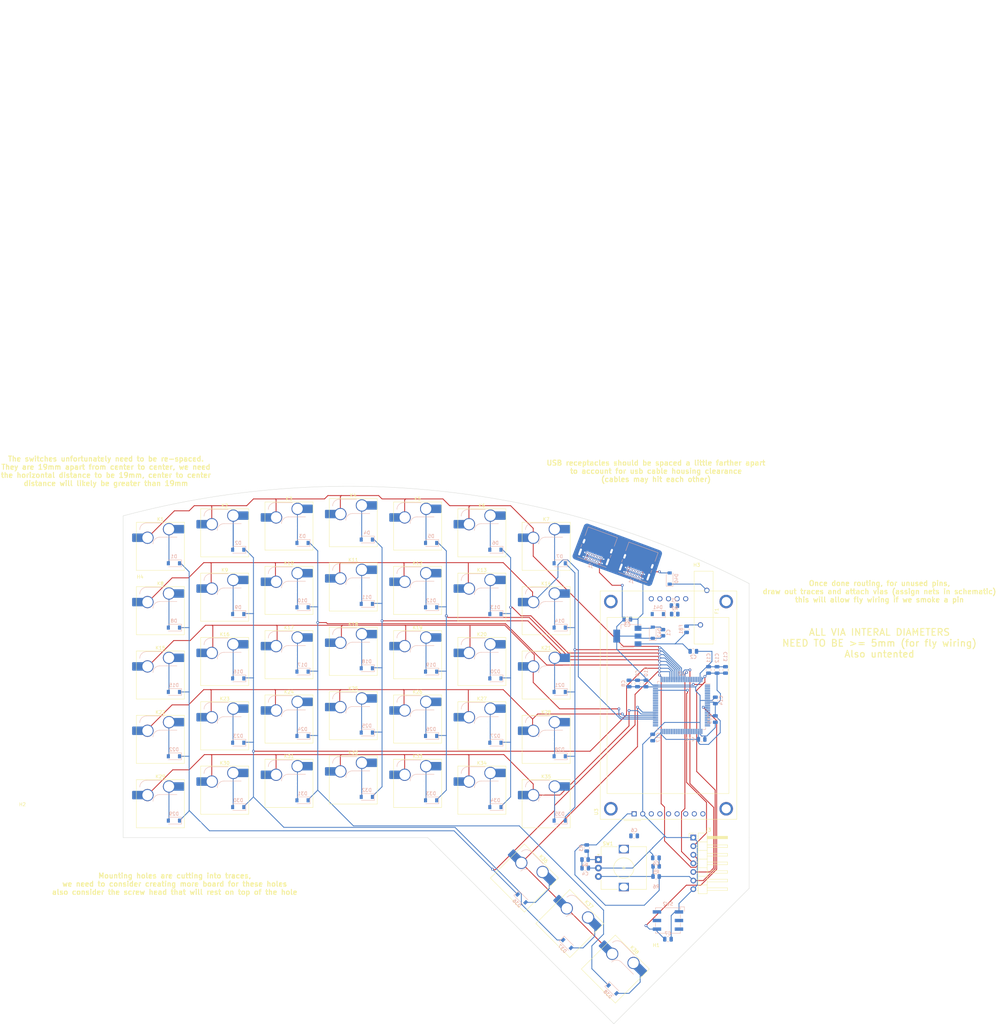
<source format=kicad_pcb>
(kicad_pcb (version 20211014) (generator pcbnew)
  (layers (0 "F.Cu" signal) (31 "B.Cu" signal) (34 "B.Paste" user) (35 "F.Paste" user) (36 "B.SilkS" user "B.Silkscreen") (37 "F.SilkS" user "F.Silkscreen") (38 "B.Mask" user) (39 "F.Mask" user) (44 "Edge.Cuts" user))
  (net 0 "")
  (net 1 "/ENC_A")
  (net 2 "/row0")
  (net 3 "/ENC_B")
  (net 4 "/row1")
  (net 5 "/ENC_SW")
  (net 6 "/row2")
  (net 7 "Net-(D4-Pad2)")
  (net 8 "/row3")
  (net 9 "Net-(D5-Pad2)")
  (net 10 "Net-(D6-Pad2)")
  (net 11 "Net-(D7-Pad2)")
  (net 12 "Net-(D8-Pad2)")
  (net 13 "Net-(D9-Pad2)")
  (net 14 "Net-(D10-Pad2)")
  (net 15 "Net-(D11-Pad2)")
  (net 16 "Net-(D12-Pad2)")
  (net 17 "Net-(D13-Pad2)")
  (net 18 "Net-(D14-Pad2)")
  (net 19 "Net-(D15-Pad2)")
  (net 20 "Net-(D16-Pad2)")
  (net 21 "/col0")
  (net 22 "/col1")
  (net 23 "/col2")
  (net 24 "/col3")
  (net 25 "GND")
  (net 26 "/row4")
  (net 27 "/row5")
  (net 28 "/row6")
  (net 29 "Net-(D17-Pad2)")
  (net 30 "Net-(D18-Pad2)")
  (net 31 "Net-(D19-Pad2)")
  (net 32 "Net-(D20-Pad2)")
  (net 33 "Net-(D21-Pad2)")
  (net 34 "Net-(D22-Pad2)")
  (net 35 "Net-(D23-Pad2)")
  (net 36 "Net-(D24-Pad2)")
  (net 37 "Net-(D25-Pad2)")
  (net 38 "Net-(D26-Pad2)")
  (net 39 "Net-(D27-Pad2)")
  (net 40 "Net-(D28-Pad2)")
  (net 41 "Net-(D29-Pad2)")
  (net 42 "Net-(D30-Pad2)")
  (net 43 "Net-(D31-Pad2)")
  (net 44 "Net-(D32-Pad2)")
  (net 45 "Net-(D33-Pad2)")
  (net 46 "Net-(D34-Pad2)")
  (net 47 "Net-(D35-Pad2)")
  (net 48 "Net-(D36-Pad2)")
  (net 49 "Net-(D37-Pad2)")
  (net 50 "Net-(D38-Pad2)")
  (net 51 "/col4")
  (net 52 "/col5")
  (net 53 "/NRST")
  (net 54 "+3v3 to micro")
  (net 55 "Net-(C2-Pad1)")
  (net 58 "/USB_DP")
  (net 59 "/USB_DM")
  (net 61 "/SWDIO")
  (net 67 "/SWCLK")
  (net 68 "/TRST")
  (net 69 "/SWO")
  (net 70 "Net-(R3-Pad2)")
  (net 79 "Net-(R5-Pad1)")
  (net 91 "Voltage Regulator Input")
  (net 92 "Net-(F1-Pad2)")
  (net 128 "/SCL")
  (net 129 "/SDA")
  (net 136 "/LCD1_DC")
  (net 137 "/LCD1_CS")
  (net 138 "/LCD2_DC")
  (net 139 "/LCD2_CS")
  (net 140 "/LCD2_RESET")
  (net 141 "/LCD1_RESET")
  (net 155 "/CS")
  (net 156 "/MOSI")
  (net 157 "/SCK")
  (net 158 "/MISO")
  (net 159 "Net-(D1-Pad2)")
  (net 160 "Net-(D2-Pad2)")
  (net 161 "Net-(D3-Pad2)")
  (net 162 "Net-(D40-Pad1)")
  (net 163 "VDD")
  (footprint "MountingHole:MountingHole_2.7mm" (layer "F.Cu") (at 116 122.5)
    (fp_text reference "H2")
    (fp_text value "MountingHole")
  )
  (footprint "6:SW_Hotswap_Kailh_MX_plated" (layer "F.Cu") (at 219 97)
    (fp_text reference "K28")
    (fp_text value "KEYSW")
  )
  (footprint "6:SW_Hotswap_Kailh_MX_plated" (layer "F.Cu") (at 162 52)
    (fp_text reference "K11")
    (fp_text value "KEYSW")
  )
  (footprint "6:SW_Hotswap_Kailh_MX_plated" (layer "F.Cu") (at 181 110)
    (fp_text reference "K33")
    (fp_text value "KEYSW")
  )
  (footprint "6:SW_Hotswap_Kailh_MX_plated" (layer "F.Cu") (at 200 74)
    (fp_text reference "K20")
    (fp_text value "KEYSW")
  )
  (footprint "6:SW_Hotswap_Kailh_MX_plated" (layer "F.Cu") (at 200 55)
    (fp_text reference "K13")
    (fp_text value "KEYSW")
  )
  (footprint "6:SW_Hotswap_Kailh_MX_plated" (layer "F.Cu") (at 219 40)
    (fp_text reference "K7")
    (fp_text value "KEYSW")
  )
  (footprint "6:SW_Hotswap_Kailh_MX_plated" (layer "F.Cu") (at 143 72)
    (fp_text reference "K17")
    (fp_text value "KEYSW")
  )
  (footprint "6:SW_Hotswap_Kailh_MX_plated" (layer "F.Cu") (at 124 74)
    (fp_text reference "K16")
    (fp_text value "KEYSW")
  )
  (footprint "6:SW_Hotswap_Kailh_MX_plated" (layer "F.Cu") (at 226 151.395265 -45)
    (fp_text reference "K37")
    (fp_text value "KEYSW")
  )
  (footprint "6:SW_Hotswap_Kailh_MX_plated" (layer "F.Cu") (at 124 36)
    (fp_text reference "K2")
    (fp_text value "KEYSW")
  )
  (footprint "6:SW_Hotswap_Kailh_MX_plated" (layer "F.Cu") (at 239.435029 164.830294 -45)
    (fp_text reference "K38")
    (fp_text value "KEYSW")
  )
  (footprint "6:SW_Hotswap_Kailh_MX_plated" (layer "F.Cu") (at 181 34)
    (fp_text reference "K5")
    (fp_text value "KEYSW")
  )
  (footprint "Connector_PinHeader_2.54mm:PinHeader_1x07_P2.54mm_Horizontal" (layer "F.Cu") (at 262.5 126)
    (fp_text reference "J3")
    (fp_text value "Conn_01x07")
  )
  (footprint "6:SW_Hotswap_Kailh_MX_plated" (layer "F.Cu") (at 124 55)
    (fp_text reference "K9")
    (fp_text value "KEYSW")
  )
  (footprint "6:SW_Hotswap_Kailh_MX_plated" (layer "F.Cu") (at 162 109)
    (fp_text reference "K32")
    (fp_text value "KEYSW")
  )
  (footprint "6:SW_Hotswap_Kailh_MX_plated" (layer "F.Cu") (at 105 40)
    (fp_text reference "K1")
    (fp_text value "KEYSW")
  )
  (footprint "6:SW_Hotswap_Kailh_MX_plated" (layer "F.Cu") (at 181 91)
    (fp_text reference "K26")
    (fp_text value "KEYSW")
  )
  (footprint "Rotary_Encoder:RotaryEncoder_Alps_EC12E_Vertical_H20mm" (layer "F.Cu") (at 234.45 132.5)
    (fp_text reference "SW1")
    (fp_text value "RotaryEncoder")
  )
  (footprint "6:SW_Hotswap_Kailh_MX_plated" (layer "F.Cu") (at 162 33)
    (fp_text reference "K4")
    (fp_text value "KEYSW")
  )
  (footprint "6:SW_Hotswap_Kailh_MX_plated" (layer "F.Cu") (at 200 112)
    (fp_text reference "K34")
    (fp_text value "KEYSW")
  )
  (footprint "6:SW_Hotswap_Kailh_MX_plated" (layer "F.Cu") (at 124 112)
    (fp_text reference "K30")
    (fp_text value "KEYSW")
  )
  (footprint "6:SW_Hotswap_Kailh_MX_plated" (layer "F.Cu") (at 219 59)
    (fp_text reference "K14")
    (fp_text value "KEYSW")
  )
  (footprint "6:SW_Hotswap_Kailh_MX_plated" (layer "F.Cu") (at 181 53)
    (fp_text reference "K12")
    (fp_text value "KEYSW")
  )
  (footprint "6:SW_Hotswap_Kailh_MX_plated" (layer "F.Cu") (at 105 97)
    (fp_text reference "K22")
    (fp_text value "KEYSW")
  )
  (footprint "Display:CR2013-MI2120" (layer "F.Cu") (at 245 119 90)
    (fp_text reference "U3")
    (fp_text value "CR2013-MI2120")
  )
  (footprint "6:SW_Hotswap_Kailh_MX_plated" (layer "F.Cu") (at 200 36)
    (fp_text reference "K6")
    (fp_text value "KEYSW")
  )
  (footprint "6:SW_Hotswap_Kailh_MX_plated" (layer "F.Cu") (at 105 59)
    (fp_text reference "K8")
    (fp_text value "KEYSW")
  )
  (footprint "6:SW_Hotswap_Kailh_MX_plated" (layer "F.Cu") (at 162 71)
    (fp_text reference "K18")
    (fp_text value "KEYSW")
  )
  (footprint "6:SW_Hotswap_Kailh_MX_plated" (layer "F.Cu") (at 105 78)
    (fp_text reference "K15")
    (fp_text value "KEYSW")
  )
  (footprint "6:SW_Hotswap_Kailh_MX_plated" (layer "F.Cu") (at 219 78)
    (fp_text reference "K21")
    (fp_text value "KEYSW")
  )
  (footprint "6:SW_Hotswap_Kailh_MX_plated" (layer "F.Cu") (at 181 72)
    (fp_text reference "K19")
    (fp_text value "KEYSW")
  )
  (footprint "MountingHole:MountingHole_2.7mm" (layer "F.Cu") (at 251.5 161.5)
    (fp_text reference "H1")
    (fp_text value "MountingHole")
  )
  (footprint "MountingHole:MountingHole_2.7mm" (layer "F.Cu") (at 259.5 46)
    (fp_text reference "H3")
    (fp_text value "MountingHole" hide)
  )
  (footprint "MountingHole:MountingHole_2.7mm" (layer "F.Cu") (at 101 44)
    (fp_text reference "H4")
    (fp_text value "MountingHole")
  )
  (footprint "6:SW_Hotswap_Kailh_MX_plated" (layer "F.Cu") (at 162 90)
    (fp_text reference "K25")
    (fp_text value "KEYSW")
  )
  (footprint "6:SW_Hotswap_Kailh_MX_plated" (layer "F.Cu") (at 143 53)
    (fp_text reference "K10")
    (fp_text value "KEYSW")
  )
  (footprint "6:SW_Hotswap_Kailh_MX_plated" (layer "F.Cu") (at 143 110)
    (fp_text reference "K31")
    (fp_text value "KEYSW")
  )
  (footprint "6:SW_Hotswap_Kailh_MX_plated" (layer "F.Cu") (at 124 93)
    (fp_text reference "K23")
    (fp_text value "KEYSW")
  )
  (footprint "6:SW_Hotswap_Kailh_MX_plated" (layer "F.Cu") (at 105 116)
    (fp_text reference "K29")
    (fp_text value "KEYSW")
  )
  (footprint "6:SW_Hotswap_Kailh_MX_plated" (layer "F.Cu") (at 143 91)
    (fp_text reference "K24")
    (fp_text value "KEYSW")
  )
  (footprint "6:SW_Hotswap_Kailh_MX_plated" (layer "F.Cu") (at 212.564971 137.960236 -45)
    (fp_text reference "K36")
    (fp_text value "KEYSW")
  )
  (footprint "6:SW_Hotswap_Kailh_MX_plated" (layer "F.Cu") (at 219 116)
    (fp_text reference "K35")
    (fp_text value "KEYSW")
  )
  (footprint "6:SW_Hotswap_Kailh_MX_plated" (layer "F.Cu") (at 200 93)
    (fp_text reference "K27")
    (fp_text value "KEYSW")
  )
  (footprint "Fuse:Fuse_BelFuse_0ZRE0125FF_L21.2mm_W5.3mm" (layer "F.Cu") (at 266.5 53 -90)
    (fp_text reference "F1")
    (fp_text value "500mA")
  )
  (footprint "6:SW_Hotswap_Kailh_MX_plated" (layer "F.Cu") (at 143 34)
    (fp_text reference "K3")
    (fp_text value "KEYSW")
  )
  (footprint "Capacitor_SMD:C_0805_2012Metric" (layer "B.Cu") (at 251.45 132)
    (fp_text reference "C5")
    (fp_text value ".01uF")
  )
  (footprint "Capacitor_SMD:C_0805_2012Metric" (layer "B.Cu") (at 248.5 80.5 -90)
    (fp_text reference "C10")
    (fp_text value "100nF")
  )
  (footprint "Capacitor_SMD:C_0805_2012Metric" (layer "B.Cu") (at 243.5 80.5 -90)
    (fp_text reference "C8")
    (fp_text value "1uf")
  )
  (footprint "Button_Switch_SMD:Nidec_Copal_SH-7010A" (layer "B.Cu") (at 255 150.5 180)
    (fp_text reference "SW2")
    (fp_text value "SW_Push")
  )
  (footprint "Resistor_SMD:R_0805_2012Metric" (layer "B.Cu") (at 253.5 65.5 90)
    (fp_text reference "C1")
    (fp_text value "0.1uF")
  )
  (footprint "Diode_SMD:D_SOD-123" (layer "B.Cu") (at 109 102 180)
    (fp_text reference "D22")
    (fp_text value "D")
  )
  (footprint "Resistor_SMD:R_0805_2012Metric" (layer "B.Cu") (at 257 60 180)
    (fp_text reference "R2")
    (fp_text value "100K")
  )
  (footprint "Capacitor_SMD:C_0805_2012Metric" (layer "B.Cu") (at 246 80.5 -90)
    (fp_text reference "C9")
    (fp_text value "100nF")
  )
  (footprint "Diode_SMD:D_SOD-123" (layer "B.Cu") (at 185 77 180)
    (fp_text reference "D19")
    (fp_text value "D")
  )
  (footprint "Capacitor_SMD:C_0805_2012Metric" (layer "B.Cu") (at 269.5 76.5 90)
    (fp_text reference "C12")
    (fp_text value "100nF")
  )
  (footprint "Package_QFP:LQFP-100_14x14mm_P0.5mm" (layer "B.Cu") (at 259 87 180)
    (fp_text reference "U2")
    (fp_text value "STM32F407VGTx")
  )
  (footprint "Capacitor_SMD:C_0805_2012Metric" (layer "B.Cu") (at 243 61.5)
    (fp_text reference "C3")
    (fp_text value "10u")
  )
  (footprint "Diode_SMD:D_SOD-123" (layer "B.Cu") (at 128 60 180)
    (fp_text reference "D9")
    (fp_text value "D")
  )
  (footprint "Diode_SMD:D_SOD-123" (layer "B.Cu") (at 204 60 180)
    (fp_text reference "D13")
    (fp_text value "D")
  )
  (footprint "Diode_SMD:D_SOD-123" (layer "B.Cu") (at 147 58 180)
    (fp_text reference "D10")
    (fp_text value "D")
  )
  (footprint "Diode_SMD:D_SOD-123" (layer "B.Cu") (at 185 58 180)
    (fp_text reference "D12")
    (fp_text value "D")
  )
  (footprint "Diode_SMD:D_SOD-123" (layer "B.Cu") (at 128 79 180)
    (fp_text reference "D16")
    (fp_text value "D")
  )
  (footprint "Diode_SMD:D_SOD-123" (layer "B.Cu") (at 109 83 180)
    (fp_text reference "D15")
    (fp_text value "D")
  )
  (footprint "Resistor_SMD:R_0805_2012Metric" (layer "B.Cu") (at 230.5 132.5)
    (fp_text reference "R4")
    (fp_text value "10k")
  )
  (footprint "Diode_SMD:D_SOD-123" (layer "B.Cu") (at 225.192414 157.415436 -45)
    (fp_text reference "D37")
    (fp_text value "D")
  )
  (footprint "Diode_SMD:D_SOD-123" (layer "B.Cu") (at 166 57 180)
    (fp_text reference "D11")
    (fp_text value "D")
  )
  (footprint "Diode_SMD:D_SOD-123" (layer "B.Cu") (at 128 41 180)
    (fp_text reference "D2")
    (fp_text value "D")
  )
  (footprint "Capacitor_SMD:C_0805_2012Metric" (layer "B.Cu") (at 272 76.5 90)
    (fp_text reference "C13")
    (fp_text value "100nF")
  )
  (footprint "Capacitor_SMD:C_0805_2012Metric" (layer "B.Cu") (at 245 125.5 180)
    (fp_text reference "C6")
    (fp_text value "100nF")
  )
  (footprint "Diode_SMD:D_SOD-123" (layer "B.Cu") (at 223 64 180)
    (fp_text reference "D14")
    (fp_text value "D")
  )
  (footprint "Capacitor_SMD:C_0805_2012Metric" (layer "B.Cu") (at 230.55 135)
    (fp_text reference "C4")
    (fp_text value ".01uF")
  )
  (footprint "Diode_SMD:D_SOD-123" (layer "B.Cu") (at 147 77 180)
    (fp_text reference "D17")
    (fp_text value "D")
  )
  (footprint "Capacitor_SMD:C_0805_2012Metric" (layer "B.Cu") (at 264.95 97)
    (fp_text reference "C16")
    (fp_text value "100nF")
  )
  (footprint "Diode_SMD:D_SOD-123" (layer "B.Cu") (at 128 98 180)
    (fp_text reference "D23")
    (fp_text value "D")
  )
  (footprint "Diode_SMD:D_SOD-123" (layer "B.Cu") (at 147 39 180)
    (fp_text reference "D3")
    (fp_text value "D")
  )
  (footprint "Diode_SMD:D_SOD-123" (layer "B.Cu") (at 204 117 180)
    (fp_text reference "D34")
    (fp_text value "D")
  )
  (footprint "Capacitor_SMD:C_0805_2012Metric" (layer "B.Cu") (at 255 156 180)
    (fp_text reference "C7")
    (fp_text value "100nF")
  )
  (footprint "Package_TO_SOT_SMD:SOT-223-3_TabPin2" (layer "B.Cu") (at 243 66.5 180)
    (fp_text reference "U1")
    (fp_text value "AMS1117-3.3")
  )
  (footprint "Resistor_SMD:R_0805_2012Metric" (layer "B.Cu") (at 260.5 64.5 -90)
    (fp_text reference "FB1")
    (fp_text value "100 @ 100 MHz")
  )
  (footprint "Capacitor_SMD:C_0805_2012Metric" (layer "B.Cu") (at 269 85.5 90)
    (fp_text reference "C14")
    (fp_text value "100nF")
  )
  (footprint "Capacitor_SMD:C_0805_2012Metric" (layer "B.Cu") (at 269 91 -90)
    (fp_text reference "C15")
    (fp_text value "100nF")
  )
  (footprint "Diode_SMD:D_SOD-123" (layer "B.Cu") (at 128 117 180)
    (fp_text reference "D30")
    (fp_text value "D")
  )
  (footprint "Diode_SMD:D_SOD-123" (layer "B.Cu") (at 166 95 180)
    (fp_text reference "D25")
    (fp_text value "D")
  )
  (footprint "Capacitor_SMD:C_0805_2012Metric" (layer "B.Cu") (at 250.5 96.45 90)
    (fp_text reference "C17")
    (fp_text value "100nF")
  )
  (footprint "Diode_SMD:D_SOD-123" (layer "B.Cu") (at 211.75738 143.98041 -45)
    (fp_text reference "D36")
    (fp_text value "D")
  )
  (footprint "Diode_SMD:D_SOD-123" (layer "B.Cu") (at 223 121 180)
    (fp_text reference "D35")
    (fp_text value "D")
  )
  (footprint "Diode_SMD:D_SOD-123" (layer "B.Cu") (at 147 115 180)
    (fp_text reference "D31")
    (fp_text value "D")
  )
  (footprint "Diode_SMD:D_SOD-123" (layer "B.Cu") (at 223 83 180)
    (fp_text reference "D21")
    (fp_text value "D")
  )
  (footprint "Diode_SMD:D_SOD-123" (layer "B.Cu") (at 238.627443 170.850464 -45)
    (fp_text reference "D38")
    (fp_text value "D")
  )
  (footprint "Resistor_SMD:R_0805_2012Metric" (layer "B.Cu") (at 256.9125 57.5 180)
    (fp_text reference "R1")
    (fp_text value "10K")
  )
  (footprint "Diode_SMD:D_SOD-123" (layer "B.Cu") (at 185 39 180)
    (fp_text reference "D5")
    (fp_text value "D")
  )
  (footprint "Diode_SMD:D_SOD-123" (layer "B.Cu") (at 166 76 180)
    (fp_text reference "D18")
    (fp_text value "D")
  )
  (footprint "Diode_SMD:D_SOD-123" (layer "B.Cu") (at 223 102 180)
    (fp_text reference "D28")
    (fp_text value "D")
  )
  (footprint "Diode_SMD:D_SOD-123" (layer "B.Cu") (at 166 114 180)
    (fp_text reference "D32")
    (fp_text value "D")
  )
  (footprint "Capacitor_SMD:C_0805_2012Metric" (layer "B.Cu") (at 267 76.5 90)
    (fp_text reference "C11")
    (fp_text value "100nF")
  )
  (footprint "Diode_SMD:D_SOD-123" (layer "B.Cu") (at 204 98 180)
    (fp_text reference "D27")
    (fp_text value "D")
  )
  (footprint "Diode_SMD:D_SOD-123" (layer "B.Cu") (at 109 121 180)
    (fp_text reference "D29")
    (fp_text value "D")
  )
  (footprint "Diode_SMD:D_SOD-123" (layer "B.Cu") (at 223 45 180)
    (fp_text reference "D7")
    (fp_text value "D")
  )
  (footprint "Diode_SMD:D_SOD-123" (layer "B.Cu") (at 204 41 180)
    (fp_text reference "D6")
    (fp_text value "D")
  )
  (footprint "Resistor_SMD:R_0805_2012Metric" (layer "B.Cu") (at 251.5 137.5 180)
    (fp_text reference "R6")
    (fp_text value "10k")
  )
  (footprint "Diode_SMD:D_SOD-123" (layer "B.Cu") (at 255.5 49.5 90)
    (fp_text reference "D40")
    (fp_text value "D_Schottky")
  )
  (footprint "Diode_SMD:D_SOD-123" (layer "B.Cu") (at 109 45 180)
    (fp_text reference "D1")
    (fp_text value "D")
  )
  (footprint "Connector_USB:USB_C_Receptacle_GCT_USB4085" (layer "B.Cu") (at 229.96492 43.027679 -20)
    (fp_text reference "J2")
    (fp_text value "USB_C_Receptacle")
  )
  (footprint "Diode_SMD:D_SOD-123" (layer "B.Cu") (at 109 64 180)
    (fp_text reference "D8")
    (fp_text value "D")
  )
  (footprint "Diode_SMD:D_SOD-123" (layer "B.Cu") (at 204 79 180)
    (fp_text reference "D20")
    (fp_text value "D")
  )
  (footprint "Connector_USB:USB_C_Receptacle_GCT_USB4085" (layer "B.Cu") (at 242 47.5 -20)
    (fp_text reference "J1")
    (fp_text value "USB_C_Receptacle_USB2.0")
  )
  (footprint "Diode_SMD:D_SOD-123" (layer "B.Cu") (at 185 96 180)
    (fp_text reference "D26")
    (fp_text value "D")
  )
  (footprint "Capacitor_SMD:C_0805_2012Metric" (layer "B.Cu") (at 262.5 71)
    (fp_text reference "C2")
    (fp_text value "10u")
  )
  (footprint "Diode_SMD:D_SOD-123" (layer "B.Cu") (at 252 60 180)
    (fp_text reference "D41")
    (fp_text value "D_Schottky")
  )
  (footprint "Resistor_SMD:R_0805_2012Metric" (layer "B.Cu") (at 231 129.0875 -90)
    (fp_text reference "R3")
    (fp_text value "10k")
  )
  (footprint "Diode_SMD:D_SOD-123" (layer "B.Cu") (at 166 38 180)
    (fp_text reference "D4")
    (fp_text value "D")
  )
  (footprint "Diode_SMD:D_SOD-123" (layer "B.Cu") (at 250.5 65.5 90)
    (fp_text reference "D42")
    (fp_text value "D_Schottky")
  )
  (footprint "Diode_SMD:D_SOD-123" (layer "B.Cu") (at 147 96 180)
    (fp_text reference "D24")
    (fp_text value "D")
  )
  (footprint "Resistor_SMD:R_0805_2012Metric" (layer "B.Cu") (at 251.5 134.5)
    (fp_text reference "R5")
    (fp_text value "10k")
  )
  (footprint "Diode_SMD:D_SOD-123" (layer "B.Cu") (at 185 115 180)
    (fp_text reference "D33")
    (fp_text value "D")
  )
  (gr_line (start 279 141) (end 239 181) (layer "Edge.Cuts") (width 0.1))
  (gr_line (start 279 126) (end 279 141) (layer "Edge.Cuts") (width 0.1))
  (gr_line (start 279 126) (end 279 51) (layer "Edge.Cuts") (width 0.1))
  (gr_line (start 239 181) (end 184 126) (layer "Edge.Cuts") (width 0.1))
  (gr_arc (start 94 31) (mid 188.364195 23.756197) (end 279 51) (layer "Edge.Cuts") (width 0.1))
  (gr_line (start 184 126) (end 94 126) (layer "Edge.Cuts") (width 0.1))
  (gr_line (start 94 126) (end 94 31) (layer "Edge.Cuts") (width 0.1))
  (gr_text "Once done routing, for unused pins,\ndraw out traces and attach vias (assign nets in schematic)\nthis will allow fly wiring if we smoke a pin" (at 317.5 53.34) (layer "F.SilkS") (effects (font (size 1.5 1.5) (thickness 0.3))))
  (gr_text "The switches unfortunately need to be re-spaced.\nThey are 19mm apart from center to center, we need\nthe horizontal distance to be 19mm, center to center\ndistance will likely be greater than 19mm" (at 88.9 17.78) (layer "F.SilkS") (effects (font (size 1.5 1.5) (thickness 0.3))))
  (gr_text "ALL VIA INTERAL DIAMETERS\nNEED TO BE >= 5mm (for fly wiring)\nAlso untented" (at 317.5 68.58) (layer "F.SilkS") (effects (font (size 2 2) (thickness 0.3))))
  (gr_text "USB receptacles should be spaced a little farther apart\nto account for usb cable housing clearance\n(cables may hit each other)" (at 251.46 17.78) (layer "F.SilkS") (effects (font (size 1.5 1.5) (thickness 0.3))))
  (gr_text "Mounting holes are cutting into traces,\nwe need to consider creating more board for these holes\nalso consider the screw head that will rest on top of the hole" (at 109.22 139.7) (layer "F.SilkS") (effects (font (size 1.5 1.5) (thickness 0.3))))
  (segment (start 229.5875 132.5) (end 229.5875 134.9875) (width 0.25) (layer "B.Cu") (net 1))
  (segment (start 229.5875 134.9875) (end 229.6 135) (width 0.25) (layer "B.Cu") (net 1))
  (segment (start 204 135.5) (end 203.27697 135.5) (width 0.25) (layer "F.Cu") (net 2))
  (segment (start 203.27697 135.5) (end 203.138485 135.361515) (width 0.25) (layer "F.Cu") (net 2))
  (segment (start 245.275 83.725) (end 245.275 92.725) (width 0.25) (layer "F.Cu") (net 2))
  (segment (start 252 77) (end 245.275 83.725) (width 0.25) (layer "F.Cu") (net 2))
  (segment (start 221.5 116.5) (end 221.5 118) (width 0.25) (layer "F.Cu") (net 2))
  (segment (start 252.5 77) (end 252 77) (width 0.25) (layer "F.Cu") (net 2))
  (segment (start 245.275 92.725) (end 221.5 116.5) (width 0.25) (layer "F.Cu") (net 2))
  (segment (start 221.5 118) (end 204 135.5) (width 0.25) (layer "F.Cu") (net 2))
  (via (at 252.5 77) (size 0.8) (drill 0.4) (layers "F.Cu" "B.Cu") (net 2))
  (via (at 203.138485 135.361515) (size 0.8) (drill 0.4) (layers "F.Cu" "B.Cu") (net 2))
  (segment (start 113.5 118) (end 113.5 118.15) (width 0.25) (layer "B.Cu") (net 2))
  (segment (start 119.5 124) (end 191.77697 124) (width 0.25) (layer "B.Cu") (net 2))
  (segment (start 203.138485 135.361515) (end 210.590654 142.813684) (width 0.25) (layer "B.Cu") (net 2))
  (segment (start 113.5 64) (end 113.5 83) (width 0.25) (layer "B.Cu") (net 2))
  (segment (start 255.5 77) (end 255.5 79.325) (width 0.25) (layer "B.Cu") (net 2))
  (segment (start 110.65 83) (end 113.5 83) (width 0.25) (layer "B.Cu") (net 2))
  (segment (start 252.5 77) (end 255.5 77) (width 0.25) (layer "B.Cu") (net 2))
  (segment (start 113.5 102) (end 113.5 118) (width 0.25) (layer "B.Cu") (net 2))
  (segment (start 113.5 118) (end 119.5 124) (width 0.25) (layer "B.Cu") (net 2))
  (segment (start 110.65 45) (end 111 45) (width 0.25) (layer "B.Cu") (net 2))
  (segment (start 113.5 118.15) (end 110.65 121) (width 0.25) (layer "B.Cu") (net 2))
  (segment (start 191.77697 124) (end 203.138485 135.361515) (width 0.25) (layer "B.Cu") (net 2))
  (segment (start 110.65 102) (end 113.5 102) (width 0.25) (layer "B.Cu") (net 2))
  (segment (start 113.5 83) (end 113.5 102) (width 0.25) (layer "B.Cu") (net 2))
  (segment (start 110.65 64) (end 113.5 64) (width 0.25) (layer "B.Cu") (net 2))
  (segment (start 113.5 47.5) (end 113.5 64) (width 0.25) (layer "B.Cu") (net 2))
  (segment (start 111 45) (end 113.5 47.5) (width 0.25) (layer "B.Cu") (net 2))
  (segment (start 252.4 132) (end 252.4 134.4875) (width 0.25) (layer "B.Cu") (net 3))
  (segment (start 252.4 134.4875) (end 252.4125 134.5) (width 0.25) (layer "B.Cu") (net 3))
  (segment (start 232 100.5) (end 132.5 100.5) (width 0.25) (layer "F.Cu") (net 4))
  (segment (start 242.775 81.225) (end 242.775 89.725) (width 0.25) (layer "F.Cu") (net 4))
  (segment (start 242.775 89.725) (end 232 100.5) (width 0.25) (layer "F.Cu") (net 4))
  (segment (start 252.5 76) (end 248 76) (width 0.25) (layer "F.Cu") (net 4))
  (segment (start 248 76) (end 242.775 81.225) (width 0.25) (layer "F.Cu") (net 4))
  (via (at 252.5 76) (size 0.8) (drill 0.4) (layers "F.Cu" "B.Cu") (net 4))
  (via (at 132.5 100.5) (size 0.8) (drill 0.4) (layers "F.Cu" "B.Cu") (net 4))
  (segment (start 211.658116 142.572998) (end 211.658116 145.658116) (width 0.25) (layer "B.Cu") (net 4))
  (segment (start 129.65 78.85) (end 132.5 78.85) (width 0.25) (layer "B.Cu") (net 4))
  (segment (start 132.5 114) (end 141.5 123) (width 0.25) (layer "B.Cu") (net 4))
  (segment (start 141.5 123) (end 192.085118 123) (width 0.25) (layer "B.Cu") (net 4))
  (segment (start 129.65 97.85) (end 132.5 97.85) (width 0.25) (layer "B.Cu") (net 4))
  (segment (start 222.24871 156.24871) (end 224.025688 156.24871) (width 0.25) (layer "B.Cu") (net 4))
  (segment (start 130 40.85) (end 132.5 43.35) (width 0.25) (layer "B.Cu") (net 4))
  (segment (start 252.5 76) (end 255.136396 76) (width 0.25) (layer "B.Cu") (net 4))
  (segment (start 192.085118 123) (end 211.658116 142.572998) (width 0.25) (layer "B.Cu") (net 4))
  (segment (start 132.5 114) (end 129.65 116.85) (width 0.25) (layer "B.Cu") (net 4))
  (segment (start 256 76.863604) (end 256 79.325) (width 0.25) (layer "B.Cu") (net 4))
  (segment (start 132.5 97.85) (end 132.5 100.5) (width 0.25) (layer "B.Cu") (net 4))
  (segment (start 132.5 43.35) (end 132.5 59.85) (width 0.25) (layer "B.Cu") (net 4))
  (segment (start 132.5 59.85) (end 132.5 78.85) (width 0.25) (layer "B.Cu") (net 4))
  (segment (start 211.658116 145.658116) (end 222.24871 156.24871) (width 0.25) (layer "B.Cu") (net 4))
  (segment (start 129.65 59.85) (end 132.5 59.85) (width 0.25) (layer "B.Cu") (net 4))
  (segment (start 255.136396 76) (end 256 76.863604) (width 0.25) (layer "B.Cu") (net 4))
  (segment (start 132.5 100.5) (end 132.5 114) (width 0.25) (layer "B.Cu") (net 4))
  (segment (start 132.5 78.85) (end 132.5 97.85) (width 0.25) (layer "B.Cu") (net 4))
  (segment (start 154.36 62.86) (end 154 62.5) (width 0.25) (layer "F.Cu") (net 6))
  (segment (start 252.455 75.045) (end 219.181396 75.045) (width 0.25) (layer "F.Cu") (net 6))
  (segment (start 219.181396 75.045) (end 206.996396 62.86) (width 0.25) (layer "F.Cu") (net 6))
  (segment (start 154 62.5) (end 151.5 62.5) (width 0.25) (layer "F.Cu") (net 6))
  (segment (start 206.996396 62.86) (end 154.36 62.86) (width 0.25) (layer "F.Cu") (net 6))
  (segment (start 252.512299 74.987701) (end 252.455 75.045) (width 0.25) (layer "F.Cu") (net 6))
  (via (at 252.512299 74.987701) (size 0.8) (drill 0.4) (layers "F.Cu" "B.Cu") (net 6))
  (via (at 151.5 62.5) (size 0.8) (drill 0.4) (layers "F.Cu" "B.Cu") (net 6))
  (segment (start 232.5 158) (end 232.5 164.723021) (width 0.25) (layer "B.Cu") (net 6))
  (segment (start 151.5 112) (end 148.65 114.85) (width 0.25) (layer "B.Cu") (net 6))
  (segment (start 151.5 95.85) (end 151.5 112) (width 0.25) (layer "B.Cu") (net 6))
  (segment (start 151.5 76.85) (end 151.5 95.85) (width 0.25) (layer "B.Cu") (net 6))
  (segment (start 151.5 112) (end 162.05 122.55) (width 0.25) (layer "B.Cu") (net 6))
  (segment (start 235.965379 154.534621) (end 232.5 158) (width 0.25) (layer "B.Cu") (net 6))
  (segment (start 151.5 41.35) (end 151.5 57.85) (width 0.25) (layer "B.Cu") (net 6))
  (segment (start 232.5 164.723021) (end 237.460717 169.683738) (width 0.25) (layer "B.Cu") (net 6))
  (segment (start 256.5 79.325) (end 256.5 76.727208) (width 0.25) (layer "B.Cu") (net 6))
  (segment (start 211.05 122.55) (end 235.965379 147.465379) (width 0.25) (layer "B.Cu") (net 6))
  (segment (start 148.65 95.85) (end 151.5 95.85) (width 0.25) (layer "B.Cu") (net 6))
  (segment (start 235.965379 147.465379) (end 235.965379 154.534621) (width 0.25) (layer "B.Cu") (net 6))
  (segment (start 256.5 76.727208) (end 254.760493 74.987701) (width 0.25) (layer "B.Cu") (net 6))
  (segment (start 148.65 76.85) (end 151.5 76.85) (width 0.25) (layer "B.Cu") (net 6))
  (segment (start 148.65 57.85) (end 151.5 57.85) (width 0.25) (layer "B.Cu") (net 6))
  (segment (start 151.5 57.85) (end 151.5 62.5) (width 0.25) (layer "B.Cu") (net 6))
  (segment (start 149 38.85) (end 151.5 41.35) (width 0.25) (layer "B.Cu") (net 6))
  (segment (start 151.5 62.5) (end 151.5 76.85) (width 0.25) (layer "B.Cu") (net 6))
  (segment (start 162.05 122.55) (end 211.05 122.55) (width 0.25) (layer "B.Cu") (net 6))
  (segment (start 254.760493 74.987701) (end 252.512299 74.987701) (width 0.25) (layer "B.Cu") (net 6))
  (segment (start 164.5 27.555) (end 164.5 37.445) (width 0.25) (layer "B.Cu") (net 7))
  (segment (start 252.048871 73.5) (end 225.125204 73.5) (width 0.25) (layer "F.Cu") (net 8))
  (segment (start 225.125204 73.5) (end 213.625204 62) (width 0.25) (layer "F.Cu") (net 8))
  (segment (start 213.625204 62) (end 170.5 62) (width 0.25) (layer "F.Cu") (net 8))
  (segment (start 252.523819 73.974948) (end 252.048871 73.5) (width 0.25) (layer "F.Cu") (net 8))
  (via (at 252.523819 73.974948) (size 0.8) (drill 0.4) (layers "F.Cu" "B.Cu") (net 8))
  (via (at 170.5 62) (size 0.8) (drill 0.4) (layers "F.Cu" "B.Cu") (net 8))
  (segment (start 170.5 75.85) (end 170.5 94.85) (width 0.25) (layer "B.Cu") (net 8))
  (segment (start 167.65 56.85) (end 170.5 56.85) (width 0.25) (layer "B.Cu") (net 8))
  (segment (start 167.65 94.85) (end 170.5 94.85) (width 0.25) (layer "B.Cu") (net 8))
  (segment (start 170.5 56.85) (end 170.5 75.85) (width 0.25) (layer "B.Cu") (net 8))
  (segment (start 170.5 111) (end 167.65 113.85) (width 0.25) (layer "B.Cu") (net 8))
  (segment (start 257 76.5) (end 257 79.325) (width 0.25) (layer "B.Cu") (net 8))
  (segment (start 168 37.85) (end 170.5 40.35) (width 0.25) (layer "B.Cu") (net 8))
  (segment (start 170.5 94.85) (end 170.5 111) (width 0.25) (layer "B.Cu") (net 8))
  (segment (start 252.523819 73.974948) (end 254.474948 73.974948) (width 0.25) (layer "B.Cu") (net 8))
  (segment (start 167.65 75.85) (end 170.5 75.85) (width 0.25) (layer "B.Cu") (net 8))
  (segment (start 254.474948 73.974948) (end 257 76.5) (width 0.25) (layer "B.Cu") (net 8))
  (segment (start 170.5 40.35) (end 170.5 56.85) (width 0.25) (layer "B.Cu") (net 8))
  (segment (start 183.5 29.055) (end 183.5 38.945) (width 0.25) (layer "B.Cu") (net 9))
  (segment (start 202.5 31.055) (end 202.5 40.945) (width 0.25) (layer "B.Cu") (net 10))
  (segment (start 221.5 35.055) (end 221.5 44.945) (width 0.25) (layer "B.Cu") (net 11))
  (segment (start 107.54 63.81) (end 107.35 64) (width 0.25) (layer "B.Cu") (net 12))
  (segment (start 107.54 53.92) (end 107.54 63.81) (width 0.25) (layer "B.Cu") (net 12))
  (segment (start 126.5 50.055) (end 126.5 59.945) (width 0.25) (layer "B.Cu") (net 13))
  (segment (start 145.5 48.055) (end 145.5 57.945) (width 0.25) (layer "B.Cu") (net 14))
  (segment (start 164.5 46.555) (end 164.5 56.445) (width 0.25) (layer "B.Cu") (net 15))
  (segment (start 183.5 48.055) (end 183.5 57.945) (width 0.25) (layer "B.Cu") (net 16))
  (segment (start 202.5 50.055) (end 202.5 59.945) (width 0.25) (layer "B.Cu") (net 17))
  (segment (start 221.5 54.055) (end 221.5 63.945) (width 0.25) (layer "B.Cu") (net 18))
  (segment (start 107.54 72.92) (end 107.54 82.81) (width 0.25) (layer "B.Cu") (net 19))
  (segment (start 107.54 82.81) (end 107.35 83) (width 0.25) (layer "B.Cu") (net 19))
  (segment (start 126.5 69.055) (end 126.5 78.945) (width 0.25) (layer "B.Cu") (net 20))
  (segment (start 120 28) (end 115 28) (width 0.25) (layer "F.Cu") (net 21))
  (segment (start 132.5 26) (end 130.5 28) (width 0.25) (layer "F.Cu") (net 21))
  (segment (start 130.5 28) (end 120 28) (width 0.25) (layer "F.Cu") (net 21))
  (segment (start 252.556397 69.92717) (end 252.153727 69.5245) (width 0.25) (layer "F.Cu") (net 21))
  (segment (start 120.19 33.46) (end 120.19 28.19) (width 0.25) (layer "F.Cu") (net 21))
  (segment (start 115 28) (end 113.5 29.5) (width 0.25) (layer "F.Cu") (net 21))
  (segment (start 158.5 25) (end 154.5 25) (width 0.25) (layer "F.Cu") (net 21))
  (segment (start 177.19 31.46) (end 177.19 26.31) (width 0.25) (layer "F.Cu") (net 21))
  (segment (start 120.19 28.19) (end 120 28) (width 0.25) (layer "F.Cu") (net 21))
  (segment (start 113.5 29.5) (end 109.15 29.5) (width 0.25) (layer "F.Cu") (net 21))
  (segment (start 196.19 33.46) (end 196.19 28.31) (width 0.25) (layer "F.Cu") (net 21))
  (segment (start 158.19 25.31) (end 158.5 25) (width 0.25) (layer "F.Cu") (net 21))
  (segment (start 188.5 26) (end 177.5 26) (width 0.25) (layer "F.Cu") (net 21))
  (segment (start 109.15 29.5) (end 101.19 37.46) (width 0.25) (layer "F.Cu") (net 21))
  (segment (start 153.5 26) (end 139 26) (width 0.25) (layer "F.Cu") (net 21))
  (segment (start 177.19 26.31) (end 177.5 26) (width 0.25) (layer "F.Cu") (net 21))
  (segment (start 241.806984 69.5245) (end 215.19 42.907516) (width 0.25) (layer "F.Cu") (net 21))
  (segment (start 169.5 25) (end 158.5 25) (width 0.25) (layer "F.Cu") (net 21))
  (segment (start 196.19 28.31) (end 196.5 28) (width 0.25) (layer "F.Cu") (net 21))
  (segment (start 215.19 42.907516) (end 215.19 37.46) (width 0.25) (layer "F.Cu") (net 21))
  (segment (start 158.19 30.46) (end 158.19 25.31) (width 0.25) (layer "F.Cu") (net 21))
  (segment (start 139 26) (end 132.5 26) (width 0.25) (layer "F.Cu") (net 21))
  (segment (start 154.5 25) (end 153.5 26) (width 0.25) (layer "F.Cu") (net 21))
  (segment (start 139.19 26.19) (end 139 26) (width 0.25) (layer "F.Cu") (net 21))
  (segment (start 215.19 37.46) (end 215.19 34.69) (width 0.25) (layer "F.Cu") (net 21))
  (segment (start 196.5 28) (end 190.5 28) (width 0.25) (layer "F.Cu") (net 21))
  (segment (start 190.5 28) (end 188.5 26) (width 0.25) (layer "F.Cu") (net 21))
  (segment (start 215.19 34.69) (end 208.5 28) (width 0.25) (layer "F.Cu") (net 21))
  (segment (start 177.5 26) (end 170.5 26) (width 0.25) (layer "F.Cu") (net 21))
  (segment (start 139.19 31.46) (end 139.19 26.19) (width 0.25) (layer "F.Cu") (net 21))
  (segment (start 208.5 28) (end 196.5 28) (width 0.25) (layer "F.Cu") (net 21))
  (segment (start 252.153727 69.5245) (end 241.806984 69.5245) (width 0.25) (layer "F.Cu") (net 21))
  (segment (start 170.5 26) (end 169.5 25) (width 0.25) (layer "F.Cu") (net 21))
  (via (at 252.556397 69.92717) (size 0.8) (drill 0.4) (layers "F.Cu" "B.Cu") (net 21))
  (segment (start 259 75.954416) (end 259 79.325) (width 0.25) (layer "B.Cu") (net 21))
  (segment (start 252.556397 69.92717) (end 252.972754 69.92717) (width 0.25) (layer "B.Cu") (net 21))
  (segment (start 252.972754 69.92717) (end 259 75.954416) (width 0.25) (layer "B.Cu") (net 21))
  (segment (start 158 49.77) (end 158 45.12) (width 0.25) (layer "F.Cu") (net 22))
  (segment (start 138.81 44.81) (end 158.31 44.81) (width 0.25) (layer "F.Cu") (net 22))
  (segment (start 139 50.77) (end 139 45) (width 0.25) (layer "F.Cu") (net 22))
  (segment (start 108.46 49.31) (end 113.31 49.31) (width 0.25) (layer "F.Cu") (net 22))
  (segment (start 120 52.77) (end 120 45) (width 0.25) (layer "F.Cu") (net 22))
  (segment (start 158.31 44.81) (end 176.81 44.81) (width 0.25) (layer "F.Cu") (net 22))
  (segment (start 206.31 44.81) (end 215 53.5) (width 0.25) (layer "F.Cu") (net 22))
  (segment (start 117.81 44.81) (end 119.81 44.81) (width 0.25) (layer "F.Cu") (net 22))
  (segment (start 196 52.77) (end 196 45) (width 0.25) (layer "F.Cu") (net 22))
  (segment (start 113.31 49.31) (end 117.81 44.81) (width 0.25) (layer "F.Cu") (net 22))
  (segment (start 101 56.77) (end 108.46 49.31) (width 0.25) (layer "F.Cu") (net 22))
  (segment (start 120 45) (end 119.81 44.81) (width 0.25) (layer "F.Cu") (net 22))
  (segment (start 215 53.5) (end 215 56.77) (width 0.25) (layer "F.Cu") (net 22))
  (segment (start 177 50.77) (end 177 45) (width 0.25) (layer "F.Cu") (net 22))
  (segment (start 119.81 44.81) (end 138.81 44.81) (width 0.25) (layer "F.Cu") (net 22))
  (segment (start 158 45.12) (end 158.31 44.81) (width 0.25) (layer "F.Cu") (net 22))
  (segment (start 176.81 44.81) (end 206.31 44.81) (width 0.25) (layer "F.Cu") (net 22))
  (segment (start 177 45) (end 176.81 44.81) (width 0.25) (layer "F.Cu") (net 22))
  (segment (start 139 45) (end 138.81 44.81) (width 0.25) (layer "F.Cu") (net 22))
  (segment (start 225.35 44) (end 223.95 44) (width 0.25) (layer "B.Cu") (net 22))
  (segment (start 222.5 45.45) (end 222.5 49.15) (width 0.25) (layer "B.Cu") (net 22))
  (segment (start 228.5 47.15) (end 225.35 44) (width 0.25) (layer "B.Cu") (net 22))
  (segment (start 251.325 91) (end 241 91) (width 0.25) (layer "B.Cu") (net 22))
  (segment (start 228.5 78.5) (end 228.5 47.15) (width 0.25) (layer "B.Cu") (net 22))
  (segment (start 222.5 49.15) (end 215.19 56.46) (width 0.25) (layer "B.Cu") (net 22))
  (segment (start 223.95 44) (end 222.5 45.45) (width 0.25) (layer "B.Cu") (net 22))
  (segment (start 241 91) (end 228.5 78.5) (width 0.25) (layer "B.Cu") (net 22))
  (segment (start 215.5 72) (end 215.5 75.27) (width 0.25) (layer "F.Cu") (net 23))
  (segment (start 139.5 69.27) (end 139.5 63.5) (width 0.25) (layer "F.Cu") (net 23))
  (segment (start 215.19 80.20041) (end 215.19 75.46) (width 0.25) (layer "F.Cu") (net 23))
  (segment (start 120.5 63.5) (end 120.31 63.31) (width 0.25) (layer "F.Cu") (net 23))
  (segment (start 177.31 63.31) (end 206.81 63.31) (width 0.25) (layer "F.Cu") (net 23))
  (segment (start 113.81 67.81) (end 118.31 63.31) (width 0.25) (layer "F.Cu") (net 23))
  (segment (start 158.5 63.62) (end 158.81 63.31) (width 0.25) (layer "F.Cu") (net 23))
  (segment (start 139.5 63.5) (end 139.31 63.31) (width 0.25) (layer "F.Cu") (net 23))
  (segment (start 108.96 67.81) (end 113.81 67.81) (width 0.25) (layer "F.Cu") (net 23))
  (segment (start 101.5 75.27) (end 108.96 67.81) (width 0.25) (layer "F.Cu") (net 23))
  (segment (start 206.81 63.31) (end 215.5 72) (width 0.25) (layer "F.Cu") (net 23))
  (segment (start 240.5 88) (end 222.98959 88) (width 0.25) (layer "F.Cu") (net 23))
  (segment (start 139.31 63.31) (end 158.81 63.31) (width 0.25) (layer "F.Cu") (net 23))
  (segment (start 196.5 71.27) (end 196.5 63.5) (width 0.25) (layer "F.Cu") (net 23))
  (segment (start 222.98959 88) (end 215.19 80.20041) (width 0.25) (layer "F.Cu") (net 23))
  (segment (start 177.5 69.27) (end 177.5 63.5) (width 0.25) (layer "F.Cu") (net 23))
  (segment (start 118.31 63.31) (end 120.31 63.31) (width 0.25) (layer "F.Cu") (net 23))
  (segment (start 120.31 63.31) (end 139.31 63.31) (width 0.25) (layer "F.Cu") (net 23))
  (segment (start 177.5 63.5) (end 177.31 63.31) (width 0.25) (layer "F.Cu") (net 23))
  (segment (start 120.5 71.27) (end 120.5 63.5) (width 0.25) (layer "F.Cu") (net 23))
  (segment (start 158.5 68.27) (end 158.5 63.62) (width 0.25) (layer "F.Cu") (net 23))
  (segment (start 158.81 63.31) (end 177.31 63.31) (width 0.25) (layer "F.Cu") (net 23))
  (via (at 240.5 88) (size 0.8) (drill 0.4) (layers "F.Cu" "B.Cu") (net 23))
  (segment (start 251.325 90.5) (end 241.136396 90.5) (width 0.25) (layer "B.Cu") (net 23))
  (segment (start 240.568198 89.931802) (end 240.5 89.863604) (width 0.25) (layer "B.Cu") (net 23))
  (segment (start 240.5 89.863604) (end 240.5 88) (width 0.25) (layer "B.Cu") (net 23))
  (segment (start 241.136396 90.5) (end 240.568198 89.931802) (width 0.25) (layer "B.Cu") (net 23))
  (segment (start 139 82.5) (end 138.81 82.31) (width 0.25) (layer "F.Cu") (net 24))
  (segment (start 177 88.27) (end 177 82.5) (width 0.25) (layer "F.Cu") (net 24))
  (segment (start 158 82.62) (end 158.31 82.31) (width 0.25) (layer "F.Cu") (net 24))
  (segment (start 101 94.27) (end 108.46 86.81) (width 0.25) (layer "F.Cu") (net 24))
  (segment (start 215 91) (end 215 94.27) (width 0.25) (layer "F.Cu") (net 24))
  (segment (start 117.81 82.31) (end 119.81 82.31) (width 0.25) (layer "F.Cu") (net 24))
  (segment (start 158.31 82.31) (end 176.81 82.31) (width 0.25) (layer "F.Cu") (net 24))
  (segment (start 120 90.27) (end 120 82.5) (width 0.25) (layer "F.Cu") (net 24))
  (segment (start 138.81 82.31) (end 158.31 82.31) (width 0.25) (layer "F.Cu") (net 24))
  (segment (start 177 82.5) (end 176.81 82.31) (width 0.25) (layer "F.Cu") (net 24))
  (segment (start 119.81 82.31) (end 138.81 82.31) (width 0.25) (layer "F.Cu") (net 24))
  (segment (start 158 87.27) (end 158 82.62) (width 0.25) (layer "F.Cu") (net 24))
  (segment (start 120 82.5) (end 119.81 82.31) (width 0.25) (layer "F.Cu") (net 24))
  (segment (start 108.46 86.81) (end 113.31 86.81) (width 0.25) (layer "F.Cu") (net 24))
  (segment (start 241.5 89.5) (end 216.5 89.5) (width 0.25) (layer "F.Cu") (net 24))
  (segment (start 176.81 82.31) (end 206.31 82.31) (width 0.25) (layer "F.Cu") (net 24))
  (segment (start 206.31 82.31) (end 215 91) (width 0.25) (layer "F.Cu") (net 24))
  (segment (start 196 90.27) (end 196 82.5) (width 0.25) (layer "F.Cu") (net 24))
  (segment (start 113.31 86.81) (end 117.81 82.31) (width 0.25) (layer "F.Cu") (net 24))
  (segment (start 216.5 89.5) (end 215 91) (width 0.25) (layer "F.Cu") (net 24))
  (segment (start 139 88.27) (end 139 82.5) (width 0.25) (layer "F.Cu") (net 24))
  (via (at 241.5 89.5) (size 0.8) (drill 0.4) (layers "F.Cu" "B.Cu") (net 24))
  (segment (start 242 90) (end 251.325 90) (width 0.25) (layer "B.Cu") (net 24))
  (segment (start 241.5 89.5) (end 242 90) (width 0.25) (layer "B.Cu") (net 24))
  (segment (start 250.5 132) (end 250.5 131) (width 0.25) (layer "B.Cu") (net 25))
  (segment (start 246.15 64.2) (end 250.15 64.2) (width 0.25) (layer "B.Cu") (net 25))
  (segment (start 246 61.5) (end 246.15 61.65) (width 0.25) (layer "B.Cu") (net 25))
  (segment (start 250.5 95.5) (end 254 92) (width 0.25) (layer "B.Cu") (net 25))
  (segment (start 247.54 98.46) (end 247.54 119) (width 0.25) (layer "B.Cu") (net 25))
  (segment (start 246.5 81.45) (end 248.95 81.45) (width 0.25) (layer "B.Cu") (net 25))
  (segment (start 264.5 85.5) (end 264.5 92) (width 0.25) (layer "B.Cu") (net 25))
  (segment (start 244.55 135) (end 234.45 135) (width 0.25) (layer "B.Cu") (net 25))
  (segment (start 263.45 71) (end 268 71) (width 0.25) (layer "B.Cu") (net 25))
  (segment (start 247.54 119) (end 254.02 125.48) (width 0.25) (layer "B.Cu") (net 25))
  (segment (start 252.7625 63.85) (end 250.5 63.85) (width 0.25) (layer "B.Cu") (net 25))
  (segment (start 264.5 84) (end 264.5 85.5) (width 0.25) (layer "B.Cu") (net 25))
  (segment (start 267 75.55) (end 272 75.55) (width 0.25) (layer "B.Cu") (net 25))
  (segment (start 264.5 80.190685) (end 264.5 79.325) (width 0.25) (layer "B.Cu") (net 25))
  (segment (start 244 81.45) (end 246.5 81.45) (width 0.25) (layer "B.Cu") (net 25))
  (segment (start 264.5 77.5) (end 264.5 79.325) (width 0.25) (layer "B.Cu") (net 25))
  (segment (start 251.325 81.5) (end 263.190685 81.5) (width 0.25) (layer "B.Cu") (net 25))
  (segment (start 268.05 85.5) (end 269 84.55) (width 0.25) (layer "B.Cu") (net 25))
  (segment (start 247.591171 59.908829) (end 247.591171 49.53502) (width 0.25) (layer "B.Cu") (net 25))
  (segment (start 266 96) (end 264.959315 96) (width 0.25) (layer "B.Cu") (net 25))
  (segment (start 258.25 145.49) (end 262.5 141.24) (width 0.25) (layer "B.Cu") (net 25))
  (segment (start 246.15 61.65) (end 246.15 64.2) (width 0.25) (layer "B.Cu") (net 25))
  (segment (start 265.9 96.1) (end 266 96) (width 0.25) (layer "B.Cu") (net 25))
  (segment (start 264.5 95.540685) (end 264.5 94.675) (width 0.25) (layer "B.Cu") (net 25))
  (segment (start 250.5 129.05) (end 250.5 129) (width 0.25) (layer "B.Cu") (net 25))
  (segment (start 249.1 81.5) (end 251.325 81.5) (width 0.25) (layer "B.Cu") (net 25))
  (segment (start 250.5 129) (end 254.02 125.48) (width 0.25) (layer "B.Cu") (net 25))
  (segment (start 231.5 135) (end 234.45 135) (width 0.25) (layer "B.Cu") (net 25))
  (segment (start 268 71) (end 268 74) (width 0.25) (layer "B.Cu") (net 25))
  (segment (start 258.25 147.96) (end 258.25 145.49) (width 0.25) (layer "B.Cu") (net 25))
  (segment (start 269 93.5) (end 266.5 96) (width 0.25) (layer "B.Cu") (net 25))
  (segment (start 263.190685 81.5) (end 264.5 80.190685) (width 0.25) (layer "B.Cu") (net 25))
  (segment (start 249.525 130.025) (end 244.55 135) (width 0.25) (layer "B.Cu") (net 25))
  (segment (start 249 81.4) (end 249.1 81.5) (width 0.25) (layer "B.Cu") (net 25))
  (segment (start 253.5 64.5875) (end 252.7625 63.85) (width 0.25) (layer "B.Cu") (net 25))
  (segment (start 269 91.95) (end 269 93.5) (width 0.25) (layer "B.Cu") (net 25))
  (segment (start 266.675 85.5) (end 268.05 85.5) (width 0.25) (layer "B.Cu") (net 25))
  (segment (start 246 61.5) (end 247.591171 59.908829) (width 0.25) (layer "B.Cu") (net 25))
  (segment (start 265.9 97) (end 265.9 96.1) (width 0.25) (layer "B.Cu") (net 25))
  (segment (start 255.95 156) (end 255.95 149.05) (width 0.25) (layer "B.Cu") (net 25))
  (segment (start 250.5 129.05) (end 249.525 130.025) (width 0.25) (layer "B.Cu") (net 25))
  (segment (start 257.04 147.96) (end 258.25 147.96) (width 0.25) (layer "B.Cu") (net 25))
  (segment (start 254.02 125.48) (end 254.54 126) (width 0.25) (layer "B.Cu") (net 25))
  (segment (start 250.5 95.5) (end 247.54 98.46) (width 0.25) (layer "B.Cu") (net 25))
  (segment (start 250.5 131) (end 249.525 130.025) (width 0.25) (layer "B.Cu") (net 25))
  (segment (start 266.5 96) (end 266 96) (width 0.25) (layer "B.Cu") (net 25))
  (segment (start 266.675 85.5) (end 264.5 85.5) (width 0.25) (layer "B.Cu") (net 25))
  (segment (start 264.5 92) (end 264.5 94.675) (width 0.25) (layer "B.Cu") (net 25))
  (segment (start 254.54 126) (end 262.5 126) (width 0.25) (layer "B.Cu") (net 25))
  (segment (start 263.675 140.065) (end 262.5 141.24) (width 0.25) (layer "B.Cu") (net 25))
  (segment (start 263.675 127.175) (end 263.675 140.065) (width 0.25) (layer "B.Cu") (net 25))
  (segment (start 243.95 61.5) (end 246 61.5) (width 0.25) (layer "B.Cu") (net 25))
  (segment (start 248.95 81.45) (end 249 81.4) (width 0.25) (layer "B.Cu") (net 25))
  (segment (start 255.95 149.05) (end 257.04 147.96) (width 0.25) (layer "B.Cu") (net 25))
  (segment (start 268 74) (end 264.5 77.5) (width 0.25) (layer "B.Cu") (net 25))
  (segment (start 254 92) (end 264.5 92) (width 0.25) (layer "B.Cu") (net 25))
  (segment (start 263.190685 81.5) (end 263.190685 82.690685) (width 0.25) (layer "B.Cu") (net 25))
  (segment (start 263.190685 82.690685) (end 264.5 84) (width 0.25) (layer "B.Cu") (net 25))
  (segment (start 250.15 64.2) (end 250.5 63.85) (width 0.25) (layer "B.Cu") (net 25))
  (segment (start 262.5 126) (end 263.675 127.175) (width 0.25) (layer "B.Cu") (net 25))
  (segment (start 264.959315 96) (end 264.5 95.540685) (width 0.25) (layer "B.Cu") (net 25))
  (segment (start 225.5 72.5) (end 214 61) (width 0.25) (layer "F.Cu") (net 26))
  (segment (start 214 61) (end 190 61) (width 0.25) (layer "F.Cu") (net 26))
  (segment (start 252.07212 72.5) (end 225.5 72.5) (width 0.25) (layer "F.Cu") (net 26))
  (segment (start 252.534207 72.962087) (end 252.07212 72.5) (width 0.25) (layer "F.Cu") (net 26))
  (segment (start 190 61) (end 189.5 60.5) (width 0.25) (layer "F.Cu") (net 26))
  (via (at 252.534207 72.962087) (size 0.8) (drill 0.4) (layers "F.Cu" "B.Cu") (net 26))
  (via (at 189.5 60.5) (size 0.8) (drill 0.4) (layers "F.Cu" "B.Cu") (net 26))
  (segment (start 189.5 41.35) (end 189.5 57.85) (width 0.25) (layer "B.Cu") (net 26))
  (segment (start 189.5 76.85) (end 189.5 95.85) (width 0.25) (layer "B.Cu") (net 26))
  (segment (start 252.534207 72.962087) (end 254.098483 72.962087) (width 0.25) (layer "B.Cu") (net 26))
  (segment (start 254.098483 72.962087) (end 257.5 76.363604) (width 0.25) (layer "B.Cu") (net 26))
  (segment (start 189.5 112) (end 186.65 114.85) (width 0.25) (layer "B.Cu") (net 26))
  (segment (start 187 38.85) (end 189.5 41.35) (width 0.25) (layer "B.Cu") (net 26))
  (segment (start 186.65 57.85) (end 189.5 57.85) (width 0.25) (layer "B.Cu") (net 26))
  (segment (start 186.65 95.85) (end 189.5 95.85) (width 0.25) (layer "B.Cu") (net 26))
  (segment (start 189.5 57.85) (end 189.5 60.5) (width 0.25) (layer "B.Cu") (net 26))
  (segment (start 189.5 95.85) (end 189.5 112) (width 0.25) (layer "B.Cu") (net 26))
  (segment (start 257.5 76.363604) (end 257.5 79.325) (width 0.25) (layer "B.Cu") (net 26))
  (segment (start 189.5 60.5) (end 189.5 76.85) (width 0.25) (layer "B.Cu") (net 26))
  (segment (start 186.65 76.85) (end 189.5 76.85) (width 0.25) (layer "B.Cu") (net 26))
  (segment (start 225.5 71.5) (end 214.5 60.5) (width 0.25) (layer "F.Cu") (net 27))
  (segment (start 209 58) (end 208.5 58) (width 0.25) (layer "F.Cu") (net 27))
  (segment (start 252.093638 71.5) (end 225.5 71.5) (width 0.25) (layer "F.Cu") (net 27))
  (segment (start 252.54318 71.949542) (end 252.093638 71.5) (width 0.25) (layer "F.Cu") (net 27))
  (segment (start 211.5 60.5) (end 209 58) (width 0.25) (layer "F.Cu") (net 27))
  (segment (start 214.5 60.5) (end 211.5 60.5) (width 0.25) (layer "F.Cu") (net 27))
  (via (at 208.5 58) (size 0.8) (drill 0.4) (layers "F.Cu" "B.Cu") (net 27))
  (via (at 252.54318 71.949542) (size 0.8) (drill 0.4) (layers "F.Cu" "B.Cu") (net 27))
  (segment (start 258 76.227208) (end 258 79.325) (width 0.25) (layer "B.Cu") (net 27))
  (segment (start 208.5 97.85) (end 208.5 114) (width 0.25) (layer "B.Cu") (net 27))
  (segment (start 205.65 97.85) (end 208.5 97.85) (width 0.25) (layer "B.Cu") (net 27))
  (segment (start 208.5 59.85) (end 208.5 78.85) (width 0.25) (layer "B.Cu") (net 27))
  (segment (start 205.65 59.85) (end 208.5 59.85) (width 0.25) (layer "B.Cu") (net 27))
  (segment (start 205.65 78.85) (end 208.5 78.85) (width 0.25) (layer "B.Cu") (net 27))
  (segment (start 252.54318 71.949542) (end 253.722334 71.949542) (width 0.25) (layer "B.Cu") (net 27))
  (segment (start 253.722334 71.949542) (end 258 76.227208) (width 0.25) (layer "B.Cu") (net 27))
  (segment (start 208.5 114) (end 205.65 116.85) (width 0.25) (layer "B.Cu") (net 27))
  (segment (start 206 40.85) (end 208.5 43.35) (width 0.25) (layer "B.Cu") (net 27))
  (segment (start 208.5 43.35) (end 208.5 59.85) (width 0.25) (layer "B.Cu") (net 27))
  (segment (start 208.5 78.85) (end 208.5 97.85) (width 0.25) (layer "B.Cu") (net 27))
  (segment (start 252.112813 70.5) (end 227.5 70.5) (width 0.25) (layer "F.Cu") (net 28))
  (segment (start 252.550579 70.937766) (end 252.112813 70.5) (width 0.25) (layer "F.Cu") (net 28))
  (via (at 227.5 70.5) (size 0.8) (drill 0.4) (layers "F.Cu" "B.Cu") (net 28))
  (via (at 252.550579 70.937766) (size 0.8) (drill 0.4) (layers "F.Cu" "B.Cu") (net 28))
  (segment (start 227.5 47.85) (end 224.65 45) (width 0.25) (layer "B.Cu") (net 28))
  (segment (start 224.65 121) (end 224.65 119.85) (width 0.25) (layer "B.Cu") (net 28))
  (segment (start 224.65 83) (end 227.5 83) (width 0.25) (layer "B.Cu") (net 28))
  (segment (start 227.5 117) (end 227.5 102) (width 0.25) (layer "B.Cu") (net 28))
  (segment (start 258.5 76.090812) (end 258.5 79.325) (width 0.25) (layer "B.Cu") (net 28))
  (segment (start 227.5 64) (end 227.5 47.85) (width 0.25) (layer "B.Cu") (net 28))
  (segment (start 224.65 64) (end 227.5 64) (width 0.25) (layer "B.Cu") (net 28))
  (segment (start 227.5 83) (end 227.5 70.5) (width 0.25) (layer "B.Cu") (net 28))
  (segment (start 227.5 70.5) (end 227.5 64) (width 0.25) (layer "B.Cu") (net 28))
  (segment (start 252.550579 70.937766) (end 253.346954 70.937766) (width 0.25) (layer "B.Cu") (net 28))
  (segment (start 224.65 119.85) (end 227.5 117) (width 0.25) (layer "B.Cu") (net 28))
  (segment (start 253.346954 70.937766) (end 258.5 76.090812) (width 0.25) (layer "B.Cu") (net 28))
  (segment (start 224.65 102) (end 227.5 102) (width 0.25) (layer "B.Cu") (net 28))
  (segment (start 227.5 102) (end 227.5 83) (width 0.25) (layer "B.Cu") (net 28))
  (segment (start 145.5 67.055) (end 145.5 76.945) (width 0.25) (layer "B.Cu") (net 29))
  (segment (start 164.5 65.555) (end 164.5 75.445) (width 0.25) (layer "B.Cu") (net 30))
  (segment (start 183.5 67.055) (end 183.5 76.945) (width 0.25) (layer "B.Cu") (net 31))
  (segment (start 202.5 69.055) (end 202.5 78.945) (width 0.25) (layer "B.Cu") (net 32))
  (segment (start 221.5 73.055) (end 221.5 82.945) (width 0.25) (layer "B.Cu") (net 33))
  (segment (start 107.5 92.11) (end 107.5 102) (width 0.25) (layer "B.Cu") (net 34))
  (segment (start 126.46 88.245) (end 126.46 98.135) (width 0.25) (layer "B.Cu") (net 35))
  (segment (start 145.46 86.245) (end 145.46 96.135) (width 0.25) (layer "B.Cu") (net 36))
  (segment (start 164.46 84.745) (end 164.46 94.635) (width 0.25) (layer "B.Cu") (net 37))
  (segment (start 183.46 86.245) (end 183.46 96.135) (width 0.25) (layer "B.Cu") (net 38))
  (segment (start 202.46 88.245) (end 202.46 98.135) (width 0.25) (layer "B.Cu") (net 39))
  (segment (start 221.46 92.245) (end 221.46 102.135) (width 0.25) (layer "B.Cu") (net 40))
  (segment (start 107.54 110.92) (end 107.54 120.81) (width 0.25) (layer "B.Cu") (net 41))
  (segment (start 107.54 120.81) (end 107.35 121) (width 0.25) (layer "B.Cu") (net 41))
  (segment (start 126.5 107.055) (end 126.5 116.945) (width 0.25) (layer "B.Cu") (net 42))
  (segment (start 145.5 105.055) (end 145.5 114.945) (width 0.25) (layer "B.Cu") (net 43))
  (segment (start 164.5 103.555) (end 164.5 113.445) (width 0.25) (layer "B.Cu") (net 44))
  (segment (start 183.5 105.055) (end 183.5 114.945) (width 0.25) (layer "B.Cu") (net 45))
  (segment (start 202.5 107.055) (end 202.5 116.945) (width 0.25) (layer "B.Cu") (net 46))
  (segment (start 221.5 111.055) (end 221.5 120.945) (width 0.25) (layer "B.Cu") (net 47))
  (segment (start 215.852864 145.147136) (end 219.918882 141.081118) (width 0.25) (layer "B.Cu") (net 48))
  (segment (start 212.924106 145.147136) (end 215.852864 145.147136) (width 0.25) (layer "B.Cu") (net 48))
  (segment (start 219.918882 141.081118) (end 219.918882 138.129942) (width 0.25) (layer "B.Cu") (net 48))
  (segment (start 229.917838 158.582162) (end 233.353911 155.146089) (width 0.25) (layer "B.Cu") (net 49))
  (segment (start 233.353911 155.146089) (end 233.353911 151.564971) (width 0.25) (layer "B.Cu") (net 49))
  (segment (start 226.35914 158.582162) (end 229.917838 158.582162) (width 0.25) (layer "B.Cu") (net 49))
  (segment (start 243.48281 172.01719) (end 246.78894 168.71106) (width 0.25) (layer "B.Cu") (net 50))
  (segment (start 246.78894 168.71106) (end 246.78894 165) (width 0.25) (layer "B.Cu") (net 50))
  (segment (start 239.794169 172.01719) (end 243.48281 172.01719) (width 0.25) (layer "B.Cu") (net 50))
  (segment (start 158.19 101.81) (end 158.5 101.5) (width 0.25) (layer "F.Cu") (net 51))
  (segment (start 243.5 93.025305) (end 223.065305 113.46) (width 0.25) (layer "F.Cu") (net 51))
  (segment (start 177 101.5) (end 196 101.5) (width 0.25) (layer "F.Cu") (net 51))
  (segment (start 196 101.5) (end 206.5 101.5) (width 0.25) (layer "F.Cu") (net 51))
  (segment (start 206.5 101.5) (end 215.19 110.19) (width 0.25) (layer "F.Cu") (net 51))
  (segment (start 177.19 101.69) (end 177 101.5) (width 0.25) (layer "F.Cu") (net 51))
  (segment (start 215.19 110.19) (end 215.19 113.46) (width 0.25) (layer "F.Cu") (net 51))
  (segment (start 139.19 101.69) (end 139 101.5) (width 0.25) (layer "F.Cu") (net 51))
  (segment (start 177.19 107.46) (end 177.19 101.69) (width 0.25) (layer "F.Cu") (net 51))
  (segment (start 223.065305 113.46) (end 215.19 113.46) (width 0.25) (layer "F.Cu") (net 51))
  (segment (start 158.19 106.46) (end 158.19 101.81) (width 0.25) (layer "F.Cu") (net 51))
  (segment (start 120 101.5) (end 139 101.5) (width 0.25) (layer "F.Cu") (net 51))
  (segment (start 196.19 109.46) (end 196.19 101.69) (width 0.25) (layer "F.Cu") (net 51))
  (segment (start 158.5 101.5) (end 177 101.5) (width 0.25) (layer "F.Cu") (net 51))
  (segment (start 108.65 106) (end 113.5 106) (width 0.25) (layer "F.Cu") (net 51))
  (segment (start 139.19 107.46) (end 139.19 101.69) (width 0.25) (layer "F.Cu") (net 51))
  (segment (start 118 101.5) (end 120 101.5) (width 0.25) (layer "F.Cu") (net 51))
  (segment (start 243.5 88.5) (end 243.5 93.025305) (width 0.25) (layer "F.Cu") (net 51))
  (segment (start 113.5 106) (end 118 101.5) (width 0.25) (layer "F.Cu") (net 51))
  (segment (start 196.19 101.69) (end 196 101.5) (width 0.25) (layer "F.Cu") (net 51))
  (segment (start 139 101.5) (end 158.5 101.5) (width 0.25) (layer "F.Cu") (net 51))
  (segment (start 120.19 101.69) (end 120 101.5) (width 0.25) (layer "F.Cu") (net 51))
  (segment (start 101.19 113.46) (end 108.65 106) (width 0.25) (layer "F.Cu") (net 51))
  (segment (start 120.19 109.46) (end 120.19 101.69) (width 0.25) (layer "F.Cu") (net 51))
  (via (at 243.5 88.5) (size 0.8) (drill 0.4) (layers "F.Cu" "B.Cu") (net 51))
  (segment (start 246.025305 88.5) (end 247.025305 89.5) (width 0.25) (layer "B.Cu") (net 51))
  (segment (start 247.025305 89.5) (end 251.325 89.5) (width 0.25) (layer "B.Cu") (net 51))
  (segment (start 243.5 88.5) (end 246.025305 88.5) (width 0.25) (layer "B.Cu") (net 51))
  (segment (start 225.101974 146.905137) (end 211.666945 133.470108) (width 0.25) (layer "F.Cu") (net 52))
  (segment (start 246 87.500497) (end 246 99.137053) (width 0.25) (layer "F.Cu") (net 52))
  (segment (start 238.537003 160.340166) (end 225.101974 146.905137) (width 0.25) (layer "F.Cu") (net 52))
  (segment (start 246 99.137053) (end 211.666945 133.470108) (width 0.25) (layer "F.Cu") (net 52))
  (via (at 246 87.500497) (size 0.8) (drill 0.4) (layers "F.Cu" "B.Cu") (net 52))
  (segment (start 246.300305 87.775) (end 246.274503 87.775) (width 0.25) (layer "B.Cu") (net 52))
  (segment (start 251.325 89) (end 247.525305 89) (width 0.25) (layer "B.Cu") (net 52))
  (segment (start 247.525305 89) (end 246.300305 87.775) (width 0.25) (layer "B.Cu") (net 52))
  (segment (start 246.274503 87.775) (end 246 87.500497) (width 0.25) (layer "B.Cu") (net 52))
  (segment (start 248.5 152) (end 260.435 140.065) (width 0.25) (layer "F.Cu") (net 53))
  (segment (start 264.707792 140.065) (end 269.4 135.372792) (width 0.25) (layer "F.Cu") (net 53))
  (segment (start 269.4 91.486766) (end 265.420458 87.507224) (width 0.25) (layer "F.Cu") (net 53))
  (segment (start 269.4 135.372792) (end 269.4 91.486766) (width 0.25) (layer "F.Cu") (net 53))
  (segment (start 260.435 140.065) (end 264.707792 140.065) (width 0.25) (layer "F.Cu") (net 53))
  (via (at 248.5 152) (size 0.8) (drill 0.4) (layers "F.Cu" "B.Cu") (net 53))
  (via (at 265.420458 87.507224) (size 0.8) (drill 0.4) (layers "F.Cu" "B.Cu") (net 53))
  (segment (start 251.75 153.7) (end 254.05 156) (width 0.25) (layer "B.Cu") (net 53))
  (segment (start 266.667776 87.507224) (end 266.675 87.5) (width 0.25) (layer "B.Cu") (net 53))
  (segment (start 249.54 153.04) (end 248.5 152) (width 0.25) (layer "B.Cu") (net 53))
  (segment (start 251.75 153.04) (end 249.54 153.04) (width 0.25) (layer "B.Cu") (net 53))
  (segment (start 251.75 153.04) (end 251.75 153.7) (width 0.25) (layer "B.Cu") (net 53))
  (segment (start 265.420458 87.507224) (end 266.667776 87.507224) (width 0.25) (layer "B.Cu") (net 53))
  (segment (start 259.35 68.8) (end 257.1125 68.8) (width 0.25) (layer "B.Cu") (net 55))
  (segment (start 261.55 71) (end 259.35 68.8) (width 0.25) (layer "B.Cu") (net 55))
  (segment (start 257.1125 68.8) (end 246.15 68.8) (width 0.25) (layer "B.Cu") (net 55))
  (segment (start 260.5 65.4125) (end 257.1125 68.8) (width 0.25) (layer "B.Cu") (net 55))
  (segment (start 260.7755 83.2245) (end 260.7755 82.5) (width 0.25) (layer "F.Cu") (net 61))
  (segment (start 266.395 124.645) (end 266.395 115.609443) (width 0.25) (layer "F.Cu") (net 61))
  (segment (start 266.395 115.609443) (end 260.5 109.714443) (width 0.25) (layer "F.Cu") (net 61))
  (segment (start 260.5 109.714443) (end 260.5 83.5) (width 0.25) (layer "F.Cu") (net 61))
  (segment (start 262.5 128.54) (end 266.395 124.645) (width 0.25) (layer "F.Cu") (net 61))
  (segment (start 260.5 83.5) (end 260.7755 83.2245) (width 0.25) (layer "F.Cu") (net 61))
  (via (at 260.7755 82.5) (size 0.8) (drill 0.4) (layers "F.Cu" "B.Cu") (net 61))
  (segment (start 260.7755 82.5) (end 251.325 82.5) (width 0.25) (layer "B.Cu") (net 61))
  (segment (start 253 116) (end 254 117) (width 0.25) (layer "F.Cu") (net 67))
  (segment (start 254 117) (end 254 127) (width 0.25) (layer "F.Cu") (net 67))
  (segment (start 263.205 134.795) (end 263.675 134.325) (width 0.25) (layer "F.Cu") (net 67))
  (segment (start 263.675 134.325) (end 263.675 132.255) (width 0.25) (layer "F.Cu") (net 67))
  (segment (start 253 78.5) (end 253 116) (width 0.25) (layer "F.Cu") (net 67))
  (segment (start 263.675 132.255) (end 262.5 131.08) (width 0.25) (layer "F.Cu") (net 67))
  (segment (start 254 127) (end 261.795 134.795) (width 0.25) (layer "F.Cu") (net 67))
  (segment (start 261.795 134.795) (end 263.205 134.795) (width 0.25) (layer "F.Cu") (net 67))
  (segment (start 252.5 78) (end 253 78.5) (width 0.25) (layer "F.Cu") (net 67))
  (via (at 252.5 78) (size 0.8) (drill 0.4) (layers "F.Cu" "B.Cu") (net 67))
  (segment (start 253 78.5) (end 253 79.325) (width 0.25) (layer "B.Cu") (net 67))
  (segment (start 252.5 78) (end 253 78.5) (width 0.25) (layer "B.Cu") (net 67))
  (segment (start 259 130.12) (end 262.5 133.62) (width 0.25) (layer "F.Cu") (net 68))
  (segment (start 260 77.7245) (end 260 117.425) (width 0.25) (layer "F.Cu") (net 68))
  (segment (start 259 118.425) (end 259 130.12) (width 0.25) (layer "F.Cu") (net 68))
  (segment (start 260 117.425) (end 259 118.425) (width 0.25) (layer "F.Cu") (net 68))
  (segment (start 260.5 77.2245) (end 260 77.7245) (width 0.25) (layer "F.Cu") (net 68))
  (via (at 260.5 77.2245) (size 0.8) (drill 0.4) (layers "F.Cu" "B.Cu") (net 68))
  (segment (start 260 77.7245) (end 260.5 77.2245) (width 0.25) (layer "B.Cu") (net 68))
  (segment (start 260 79.325) (end 260 77.7245) (width 0.25) (layer "B.Cu") (net 68))
  (segment (start 261.5 110.078047) (end 268.5 117.078047) (width 0.25) (layer "F.Cu") (net 69))
  (segment (start 268.5 117.078047) (end 268.5 135) (width 0.25) (layer "F.Cu") (net 69))
  (segment (start 267.34 136.16) (end 262.5 136.16) (width 0.25) (layer "F.Cu") (net 69))
  (segment (start 268.5 135) (end 267.34 136.16) (width 0.25) (layer "F.Cu") (net 69))
  (segment (start 261.5 76.5) (end 261.5 110.078047) (width 0.25) (layer "F.Cu") (net 69))
  (via (at 261.5 76.5) (size 0.8) (drill 0.4) (layers "F.Cu" "B.Cu") (net 69))
  (segment (start 259.5 76.979657) (end 259.5 79.325) (width 0.25) (layer "B.Cu") (net 69))
  (segment (start 261.5 76.5) (end 259.979657 76.5) (width 0.25) (layer "B.Cu") (net 69))
  (segment (start 259.979657 76.5) (end 259.5 76.979657) (width 0.25) (layer "B.Cu") (net 69))
  (segment (start 231.4125 132.5) (end 234.45 132.5) (width 0.25) (layer "B.Cu") (net 70))
  (segment (start 231.4125 130.4125) (end 231 130) (width 0.25) (layer "B.Cu") (net 70))
  (segment (start 231.4125 132.5) (end 231.4125 130.4125) (width 0.25) (layer "B.Cu") (net 70))
  (segment (start 250.5875 137.5) (end 250.5875 134.5) (width 0.25) (layer "B.Cu") (net 79))
  (segment (start 234.45 137.5) (end 250.5875 137.5) (width 0.25) (layer "B.Cu") (net 79))
  (segment (start 247.729878 47.5) (end 252.5 47.5) (width 0.25) (layer "F.Cu") (net 91))
  (segment (start 243.782598 46) (end 247 46) (width 0.25) (layer "F.Cu") (net 91))
  (segment (start 243.260466 46.522132) (end 243.260466 47.32899) (width 0.25) (layer "F.Cu") (net 91))
  (segment (start 247.25416 47.975718) (end 247.25416 48.782575) (width 0.25) (layer "F.Cu") (net 91))
  (segment (start 243.260466 46.522132) (end 243.782598 46) (width 0.25) (layer "F.Cu") (net 91))
  (segment (start 247 46) (end 247.729878 46.729878) (width 0.25) (layer "F.Cu") (net 91))
  (segment (start 243.260466 47.32899) (end 242.798739 47.790717) (width 0.25) (layer "F.Cu") (net 91))
  (segment (start 247.729878 46.729878) (end 247.729878 47.5) (width 0.25) (layer "F.Cu") (net 91))
  (segment (start 247.25416 47.975718) (end 247.729878 47.5) (width 0.25) (layer "F.Cu") (net 91))
  (segment (start 247.25416 48.782575) (end 246.792432 49.244303) (width 0.25) (layer "F.Cu") (net 91))
  (via (at 252.5 47.5) (size 0.8) (drill 0.4) (layers "F.Cu" "B.Cu") (net 91))
  (segment (start 255.5 47.85) (end 252.85 47.85) (width 0.25) (layer "B.Cu") (net 91))
  (segment (start 252.85 47.85) (end 252.5 47.5) (width 0.25) (layer "B.Cu") (net 91))
  (segment (start 264.6 63.2) (end 260.8875 63.2) (width 0.25) (layer "B.Cu") (net 92))
  (segment (start 260.8875 63.2) (end 260.5 63.5875) (width 0.25) (layer "B.Cu") (net 92))
  (segment (start 107.54 44.81) (end 107.35 45) (width 0.25) (layer "B.Cu") (net 159))
  (segment (start 107.54 34.92) (end 107.54 44.81) (width 0.25) (layer "B.Cu") (net 159))
  (segment (start 126.35 41) (end 126.54 40.81) (width 0.25) (layer "B.Cu") (net 160))
  (segment (start 126.5 31.055) (end 126.5 40.945) (width 0.25) (layer "B.Cu") (net 160))
  (segment (start 126.54 40.81) (end 126.54 30.92) (width 0.25) (layer "B.Cu") (net 160))
  (segment (start 145.5 29.055) (end 145.5 38.945) (width 0.25) (layer "B.Cu") (net 161))
  (segment (start 264.65 51.15) (end 266.5 53) (width 0.25) (layer "B.Cu") (net 162))
  (segment (start 255.5 51.15) (end 264.65 51.15) (width 0.25) (layer "B.Cu") (net 162))
  (segment (start 265.2245 80.7755) (end 265.75 80.25) (width 0.25) (layer "F.Cu") (net 163))
  (segment (start 265.75 80.25) (end 265.9125 80.0875) (width 0.25) (layer "F.Cu") (net 163))
  (segment (start 263.5 106.5) (end 268.95 111.95) (width 0.25) (layer "F.Cu") (net 163))
  (segment (start 234.757352 47.757352) (end 238.5 51.5) (width 0.25) (layer "F.Cu") (net 163))
  (segment (start 265.436396 138.7) (end 262.5 138.7) (width 0.25) (layer "F.Cu") (net 163))
  (segment (start 262.5 80.7755) (end 265.2245 80.7755) (width 0.25) (layer "F.Cu") (net 163))
  (segment (start 235.21908 43.503397) (end 235.21908 44.310254) (width 0.25) (layer "F.Cu") (net 163))
  (segment (start 263.5 82.5) (end 263.5 106.5) (width 0.25) (layer "F.Cu") (net 163))
  (segment (start 235.21908 44.310254) (end 234.757352 44.771982) (width 0.25) (layer "F.Cu") (net 163))
  (segment (start 231.225386 42.049811) (end 231.225386 42.856669) (width 0.25) (layer "F.Cu") (net 163))
  (segment (start 231.742648 45.242648) (end 234.757352 45.242648) (width 0.25) (layer "F.Cu") (net 163))
  (segment (start 268.95 135.186396) (end 265.436396 138.7) (width 0.25) (layer "F.Cu") (net 163))
  (segment (start 238.5 51.5) (end 241.5 51.5) (width 0.25) (layer "F.Cu") (net 163))
  (segment (start 265.9125 80.0875) (end 265.9125 78.4125) (width 0.25) (layer "F.Cu") (net 163))
  (segment (start 265.75 80.25) (end 263.5 82.5) (width 0.25) (layer "F.Cu") (net 163))
  (segment (start 234.757352 45.242648) (end 234.757352 47.757352) (width 0.25) (layer "F.Cu") (net 163))
  (segment (start 231.225386 42.856669) (end 230.763659 43.318396) (width 0.25) (layer "F.Cu") (net 163))
  (segment (start 230.763659 43.318396) (end 230.763659 44.263659) (width 0.25) (layer "F.Cu") (net 163))
  (segment (start 230.763659 44.263659) (end 231.742648 45.242648) (width 0.25) (layer "F.Cu") (net 163))
  (segment (start 268.95 111.95) (end 268.95 135.186396) (width 0.25) (layer "F.Cu") (net 163))
  (segment (start 234.757352 44.771982) (end 234.757352 45.242648) (width 0.25) (layer "F.Cu") (net 163))
  (via (at 241.5 51.5) (size 0.8) (drill 0.4) (layers "F.Cu" "B.Cu") (net 163))
  (via (at 262.5 80.7755) (size 0.8) (drill 0.4) (layers "F.Cu" "B.Cu") (net 163))
  (via (at 265.9125 78.4125) (size 0.8) (drill 0.4) (layers "F.Cu" "B.Cu") (net 163))
  (segment (start 253 94.675) (end 253 94.9) (width 0.25) (layer "B.Cu") (net 163))
  (segment (start 233.825 128.175) (end 231 128.175) (width 0.25) (layer "B.Cu") (net 163))
  (segment (start 250.5 67.15) (end 246.8 67.15) (width 0.25) (layer "B.Cu") (net 163))
  (segment (start 270.45 91.5) (end 270.45 95.05) (width 0.25) (layer "B.Cu") (net 163))
  (segment (start 229.325 128.175) (end 227.5 130) (width 0.25) (layer "B.Cu") (net 163))
  (segment (start 266.675 86) (end 268.55 86) (width 0.25) (layer "B.Cu") (net 163))
  (segment (start 246.8 67.15) (end 246.15 66.5) (width 0.25) (layer "B.Cu") (net 163))
  (segment (start 266.675 90) (end 268.95 90) (width 0.25) (layer "B.Cu") (net 163))
  (segment (start 251.325 81) (end 262.2755 81) (width 0.25) (layer "B.Cu") (net 163))
  (segment (start 250.5 81) (end 249 79.5) (width 0.25) (layer "B.Cu") (net 163))
  (segment (start 241.5 60.95) (end 242.05 61.5) (width 0.25) (layer "B.Cu") (net 163))
  (segment (start 241.5 51.5) (end 241.5 60.95) (width 0.25) (layer "B.Cu") (net 163))
  (segment (start 265.9125 78.4125) (end 265 79.325) (width 0.25) (layer "B.Cu") (net 163))
  (segment (start 245 119) (end 243 119) (width 0.25) (layer "B.Cu") (net 163))
  (segment (start 236.5 146) (end 248 146) (width 0.25) (layer "B.Cu") (net 163))
  (segment (start 227.5 137) (end 236.5 146) (width 0.25) (layer "B.Cu") (net 163))
  (segment (start 246.55 79.5) (end 246.5 79.55) (width 0.25) (layer "B.Cu") (net 163))
  (segment (start 261.3 137.5) (end 262.5 138.7) (width 0.25) (layer "B.Cu") (net 163))
  (segment (start 269.5 82.5) (end 270.5 83.5) (width 0.25) (layer "B.Cu") (net 163))
  (segment (start 250.5 67.15) (end 252.7625 67.15) (width 0.25) (layer "B.Cu") (net 163))
  (segment (start 242.05 61.5) (end 239.85 63.7) (width 0.25) (layer "B.Cu") (net 163))
  (segment (start 252.4125 141.5875) (end 252.4125 137.5) (width 0.25) (layer "B.Cu") (net 163))
  (segment (start 249 79.5) (end 246.55 79.5) (width 0.25) (layer "B.Cu") (net 163))
  (segment (start 269 90.05) (end 270.45 91.5) (width 0.25) (layer "B.Cu") (net 163))
  (segment (start 270.5 85.5) (end 269.55 86.45) (width 0.25) (layer "B.Cu") (net 163))
  (segment (start 270.5 83.5) (end 270.5 85.5) (width 0.25) (layer "B.Cu") (net 163))
  (segment (start 270.45 95.05) (end 267 98.5) (width 0.25) (layer "B.Cu") (net 163))
  (segment (start 239.85 66.5) (end 239.85 70.35) (width 0.25) (layer "B.Cu") (net 163))
  (segment (start 254.459315 97) (end 253 95.540685) (width 0.25) (layer "B.Cu") (net 163))
  (segment (start 267 77.45) (end 266.875 77.45) (width 0.25) (layer "B.Cu") (net 163))
  (segment (start 268.55 86) (end 269 86.45) (width 0.25) (layer "B.Cu") (net 163))
  (segment (start 264 98) (end 264 97) (width 0.25) (layer "B.Cu") (net 163))
  (segment (start 269.5 77.45) (end 269.5 82.5) (width 0.25) (layer "B.Cu") (net 163))
  (segment (start 239.85 70.35) (end 249 79.5) (width 0.25) (layer "B.Cu") (net 163))
  (segment (start 266.875 77.45) (end 265.9125 78.4125) (width 0.25) (layer "B.Cu") (net 163))
  (segment (start 264 97) (end 254.459315 97) (width 0.25) (layer "B.Cu") (net 163))
  (segment (start 252.4125 137.5) (end 261.3 137.5) (width 0.25) (layer "B.Cu") (net 163))
  (segment (start 269.55 86.45) (end 269 86.45) (width 0.25) (layer "B.Cu") (net 163))
  (segment (start 268.95 90) (end 269 90.05) (width 0.25) (layer "B.Cu") (net 163))
  (segment (start 248 146) (end 252.4125 141.5875) (width 0.25) (layer "B.Cu") (net 163))
  (segment (start 267 98.5) (end 264.5 98.5) (width 0.25) (layer "B.Cu") (net 163))
  (segment (start 246.5 79.55) (end 244 79.55) (width 0.25) (layer "B.Cu") (net 163))
  (segment (start 239.85 66.5) (end 246.15 66.5) (width 0.25) (layer "B.Cu") (net 163))
  (segment (start 239.85 63.7) (end 239.85 66.5) (width 0.25) (layer "B.Cu") (net 163))
  (segment (start 253 94.9) (end 250.5 97.4) (width 0.25) (layer "B.Cu") (net 163))
  (segment (start 243 119) (end 233.825 128.175) (width 0.25) (layer "B.Cu") (net 163))
  (segment (start 253 95.540685) (end 253 94.675) (width 0.25) (layer "B.Cu") (net 163))
  (segment (start 252.7625 67.15) (end 253.5 66.4125) (width 0.25) (layer "B.Cu") (net 163))
  (segment (start 227.5 130) (end 227.5 137) (width 0.25) (layer "B.Cu") (net 163))
  (segment (start 262.2755 81) (end 262.5 80.7755) (width 0.25) (layer "B.Cu") (net 163))
  (segment (start 264.5 98.5) (end 264 98) (width 0.25) (layer "B.Cu") (net 163))
  (segment (start 251.325 81) (end 250.5 81) (width 0.25) (layer "B.Cu") (net 163))
  (segment (start 267 77.45) (end 272 77.45) (width 0.25) (layer "B.Cu") (net 163))
  (segment (start 231 128.175) (end 229.325 128.175) (width 0.25) (layer "B.Cu") (net 163))
  (segment (start 264 94.675) (end 264 97) (width 0.25) (layer "B.Cu") (net 163))
  (segment (start 269 86.45) (end 269 90.05) (width 0.25) (layer "B.Cu") (net 163))
  (zone (net 25) (net_name "GND") (layer "B.Cu") (connect_pads yes (clearance 0.2)) (min_thickness 0.254) (fill yes (thermal_gap 0.508) (thermal_bridge_width 0.508) (smoothing fillet) (radius 1))
    (polygon (pts (xy 253.5 41.5) (xy 250 52) (xy 226.5 43.5) (xy 230.5 33)))
  )
)
</source>
